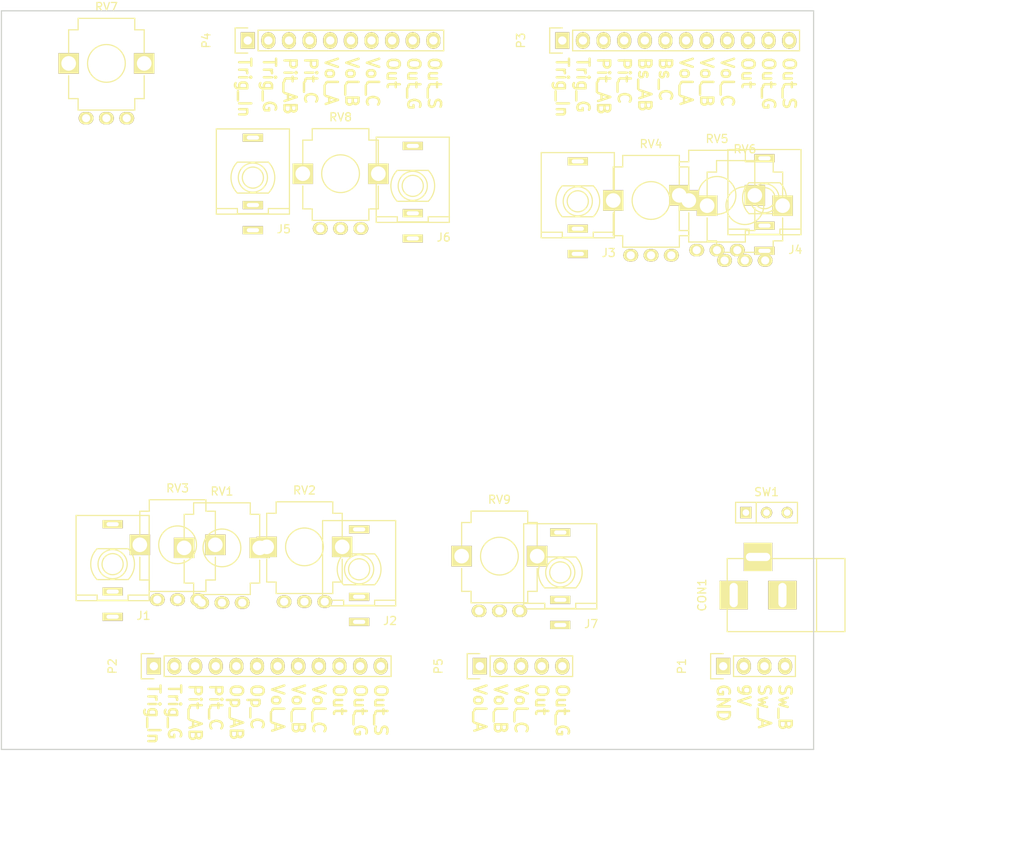
<source format=kicad_pcb>
(kicad_pcb (version 4) (host pcbnew 4.0.4+e1-6308~48~ubuntu16.04.1-stable)

  (general
    (links 48)
    (no_connects 48)
    (area 29.924999 29.924999 130.075001 121.075001)
    (thickness 1.6)
    (drawings 49)
    (tracks 0)
    (zones 0)
    (modules 23)
    (nets 49)
  )

  (page A4)
  (layers
    (0 F.Cu signal)
    (31 B.Cu signal)
    (32 B.Adhes user)
    (33 F.Adhes user)
    (34 B.Paste user)
    (35 F.Paste user)
    (36 B.SilkS user)
    (37 F.SilkS user)
    (38 B.Mask user)
    (39 F.Mask user)
    (40 Dwgs.User user)
    (41 Cmts.User user)
    (42 Eco1.User user)
    (43 Eco2.User user)
    (44 Edge.Cuts user)
    (45 Margin user)
    (46 B.CrtYd user)
    (47 F.CrtYd user)
    (48 B.Fab user)
    (49 F.Fab user)
  )

  (setup
    (last_trace_width 0.25)
    (trace_clearance 0.2)
    (zone_clearance 0.508)
    (zone_45_only no)
    (trace_min 0.2)
    (segment_width 0.2)
    (edge_width 0.15)
    (via_size 0.6)
    (via_drill 0.4)
    (via_min_size 0.4)
    (via_min_drill 0.3)
    (uvia_size 0.3)
    (uvia_drill 0.1)
    (uvias_allowed no)
    (uvia_min_size 0.2)
    (uvia_min_drill 0.1)
    (pcb_text_width 0.3)
    (pcb_text_size 1.5 1.5)
    (mod_edge_width 0.15)
    (mod_text_size 1 1)
    (mod_text_width 0.15)
    (pad_size 5 5)
    (pad_drill 4)
    (pad_to_mask_clearance 0.2)
    (aux_axis_origin 29.21 121.285)
    (visible_elements FFFFF77F)
    (pcbplotparams
      (layerselection 0x010f0_80000001)
      (usegerberextensions false)
      (excludeedgelayer true)
      (linewidth 0.100000)
      (plotframeref false)
      (viasonmask false)
      (mode 1)
      (useauxorigin false)
      (hpglpennumber 1)
      (hpglpenspeed 20)
      (hpglpendiameter 15)
      (hpglpenoverlay 2)
      (psnegative false)
      (psa4output false)
      (plotreference true)
      (plotvalue true)
      (plotinvisibletext false)
      (padsonsilk false)
      (subtractmaskfromsilk false)
      (outputformat 1)
      (mirror false)
      (drillshape 0)
      (scaleselection 1)
      (outputdirectory gerbers))
  )

  (net 0 "")
  (net 1 "Net-(P3-Pad4)")
  (net 2 "Net-(P4-Pad4)")
  (net 3 "Net-(CON1-Pad1)")
  (net 4 "Net-(CON1-Pad2)")
  (net 5 "Net-(CON1-Pad3)")
  (net 6 "Net-(J1-Pad1)")
  (net 7 "Net-(J1-Pad2)")
  (net 8 "Net-(J1-Pad3)")
  (net 9 "Net-(J2-Pad1)")
  (net 10 "Net-(J2-Pad2)")
  (net 11 "Net-(J2-Pad3)")
  (net 12 "Net-(J3-Pad1)")
  (net 13 "Net-(J3-Pad2)")
  (net 14 "Net-(J3-Pad3)")
  (net 15 "Net-(J4-Pad1)")
  (net 16 "Net-(J4-Pad2)")
  (net 17 "Net-(J4-Pad3)")
  (net 18 "Net-(J5-Pad1)")
  (net 19 "Net-(J5-Pad2)")
  (net 20 "Net-(J5-Pad3)")
  (net 21 "Net-(J6-Pad1)")
  (net 22 "Net-(J6-Pad2)")
  (net 23 "Net-(J6-Pad3)")
  (net 24 "Net-(P1-Pad3)")
  (net 25 "Net-(P1-Pad4)")
  (net 26 "Net-(P2-Pad3)")
  (net 27 "Net-(P2-Pad4)")
  (net 28 "Net-(P2-Pad5)")
  (net 29 "Net-(P2-Pad6)")
  (net 30 "Net-(P2-Pad7)")
  (net 31 "Net-(P2-Pad8)")
  (net 32 "Net-(P2-Pad9)")
  (net 33 "Net-(P3-Pad3)")
  (net 34 "Net-(P3-Pad5)")
  (net 35 "Net-(P3-Pad6)")
  (net 36 "Net-(P3-Pad7)")
  (net 37 "Net-(P3-Pad8)")
  (net 38 "Net-(P3-Pad9)")
  (net 39 "Net-(P4-Pad3)")
  (net 40 "Net-(P4-Pad5)")
  (net 41 "Net-(P4-Pad6)")
  (net 42 "Net-(P4-Pad7)")
  (net 43 "Net-(P5-Pad1)")
  (net 44 "Net-(P5-Pad2)")
  (net 45 "Net-(P5-Pad3)")
  (net 46 "Net-(J7-Pad1)")
  (net 47 "Net-(J7-Pad2)")
  (net 48 "Net-(J7-Pad3)")

  (net_class Default "This is the default net class."
    (clearance 0.2)
    (trace_width 0.25)
    (via_dia 0.6)
    (via_drill 0.4)
    (uvia_dia 0.3)
    (uvia_drill 0.1)
    (add_net "Net-(CON1-Pad1)")
    (add_net "Net-(CON1-Pad2)")
    (add_net "Net-(CON1-Pad3)")
    (add_net "Net-(J1-Pad1)")
    (add_net "Net-(J1-Pad2)")
    (add_net "Net-(J1-Pad3)")
    (add_net "Net-(J2-Pad1)")
    (add_net "Net-(J2-Pad2)")
    (add_net "Net-(J2-Pad3)")
    (add_net "Net-(J3-Pad1)")
    (add_net "Net-(J3-Pad2)")
    (add_net "Net-(J3-Pad3)")
    (add_net "Net-(J4-Pad1)")
    (add_net "Net-(J4-Pad2)")
    (add_net "Net-(J4-Pad3)")
    (add_net "Net-(J5-Pad1)")
    (add_net "Net-(J5-Pad2)")
    (add_net "Net-(J5-Pad3)")
    (add_net "Net-(J6-Pad1)")
    (add_net "Net-(J6-Pad2)")
    (add_net "Net-(J6-Pad3)")
    (add_net "Net-(J7-Pad1)")
    (add_net "Net-(J7-Pad2)")
    (add_net "Net-(J7-Pad3)")
    (add_net "Net-(P1-Pad3)")
    (add_net "Net-(P1-Pad4)")
    (add_net "Net-(P2-Pad3)")
    (add_net "Net-(P2-Pad4)")
    (add_net "Net-(P2-Pad5)")
    (add_net "Net-(P2-Pad6)")
    (add_net "Net-(P2-Pad7)")
    (add_net "Net-(P2-Pad8)")
    (add_net "Net-(P2-Pad9)")
    (add_net "Net-(P3-Pad3)")
    (add_net "Net-(P3-Pad4)")
    (add_net "Net-(P3-Pad5)")
    (add_net "Net-(P3-Pad6)")
    (add_net "Net-(P3-Pad7)")
    (add_net "Net-(P3-Pad8)")
    (add_net "Net-(P3-Pad9)")
    (add_net "Net-(P4-Pad3)")
    (add_net "Net-(P4-Pad4)")
    (add_net "Net-(P4-Pad5)")
    (add_net "Net-(P4-Pad6)")
    (add_net "Net-(P4-Pad7)")
    (add_net "Net-(P5-Pad1)")
    (add_net "Net-(P5-Pad2)")
    (add_net "Net-(P5-Pad3)")
  )

  (module Connectors:BARREL_JACK (layer F.Cu) (tedit 0) (tstamp 58174778)
    (at 126.365 101.981 180)
    (descr "DC Barrel Jack")
    (tags "Power Jack")
    (path /58177237)
    (fp_text reference CON1 (at 10.09904 0 270) (layer F.SilkS)
      (effects (font (size 1 1) (thickness 0.15)))
    )
    (fp_text value BARREL_JACK (at 0 -5.99948 180) (layer F.Fab)
      (effects (font (size 1 1) (thickness 0.15)))
    )
    (fp_line (start -4.0005 -4.50088) (end -4.0005 4.50088) (layer F.SilkS) (width 0.15))
    (fp_line (start -7.50062 -4.50088) (end -7.50062 4.50088) (layer F.SilkS) (width 0.15))
    (fp_line (start -7.50062 4.50088) (end 7.00024 4.50088) (layer F.SilkS) (width 0.15))
    (fp_line (start 7.00024 4.50088) (end 7.00024 -4.50088) (layer F.SilkS) (width 0.15))
    (fp_line (start 7.00024 -4.50088) (end -7.50062 -4.50088) (layer F.SilkS) (width 0.15))
    (pad 1 thru_hole rect (at 6.20014 0 180) (size 3.50012 3.50012) (drill oval 1.00076 2.99974) (layers *.Cu *.Mask F.SilkS)
      (net 3 "Net-(CON1-Pad1)"))
    (pad 2 thru_hole rect (at 0.20066 0 180) (size 3.50012 3.50012) (drill oval 1.00076 2.99974) (layers *.Cu *.Mask F.SilkS)
      (net 4 "Net-(CON1-Pad2)"))
    (pad 3 thru_hole rect (at 3.2004 4.699 180) (size 3.50012 3.50012) (drill oval 2.99974 1.00076) (layers *.Cu *.Mask F.SilkS)
      (net 5 "Net-(CON1-Pad3)"))
  )

  (module KiCAD-SDIY:jack-PJ301M (layer F.Cu) (tedit 57347383) (tstamp 5817477F)
    (at 43.688 98.171)
    (path /58175018)
    (fp_text reference J1 (at 3.81 6.35) (layer F.SilkS)
      (effects (font (size 1 1) (thickness 0.15)))
    )
    (fp_text value JACK_2P (at 0 -7.62) (layer F.Fab) hide
      (effects (font (size 1 1) (thickness 0.15)))
    )
    (fp_line (start -4.445 3.81) (end -1.905 3.81) (layer F.SilkS) (width 0.15))
    (fp_line (start -1.905 3.81) (end -1.905 4.445) (layer F.SilkS) (width 0.15))
    (fp_line (start -1.905 4.445) (end 1.905 4.445) (layer F.SilkS) (width 0.15))
    (fp_line (start 1.905 4.445) (end 1.905 3.81) (layer F.SilkS) (width 0.15))
    (fp_line (start 1.905 3.81) (end 4.445 3.81) (layer F.SilkS) (width 0.15))
    (fp_arc (start 0 0) (end 1.905 -1.905) (angle 90) (layer F.SilkS) (width 0.15))
    (fp_arc (start 0 0) (end -1.905 1.905) (angle 90) (layer F.SilkS) (width 0.15))
    (fp_line (start 1.905 1.905) (end -1.905 1.905) (layer F.SilkS) (width 0.15))
    (fp_line (start -1.905 -1.905) (end 1.905 -1.905) (layer F.SilkS) (width 0.15))
    (fp_circle (center 0 0) (end 1.27 1.27) (layer F.SilkS) (width 0.15))
    (fp_line (start 4.5 -6) (end 4.5 4.5) (layer F.SilkS) (width 0.15))
    (fp_line (start -4.5 -6) (end -4.5 4.5) (layer F.SilkS) (width 0.15))
    (fp_line (start -4.5 4.5) (end 4.5 4.5) (layer F.SilkS) (width 0.15))
    (fp_line (start -4.5 -6) (end 4.5 -6) (layer F.SilkS) (width 0.15))
    (fp_circle (center 0 0) (end 1.3 0) (layer F.SilkS) (width 0.15))
    (pad 1 thru_hole rect (at 0 -4.92) (size 2.5 1) (drill oval 1.5 0.5) (layers *.Cu *.Mask F.SilkS)
      (net 6 "Net-(J1-Pad1)"))
    (pad 2 thru_hole rect (at 0 3.38) (size 2.5 1) (drill oval 1.5 0.5) (layers *.Cu *.Mask F.SilkS)
      (net 7 "Net-(J1-Pad2)"))
    (pad 3 thru_hole rect (at 0 6.48) (size 2.5 1) (drill oval 1.5 0.5) (layers *.Cu *.Mask F.SilkS)
      (net 8 "Net-(J1-Pad3)"))
  )

  (module KiCAD-SDIY:jack-PJ301M (layer F.Cu) (tedit 57347383) (tstamp 58174786)
    (at 74.041 98.806)
    (path /5817501E)
    (fp_text reference J2 (at 3.81 6.35) (layer F.SilkS)
      (effects (font (size 1 1) (thickness 0.15)))
    )
    (fp_text value JACK_2P (at 0 -7.62) (layer F.Fab) hide
      (effects (font (size 1 1) (thickness 0.15)))
    )
    (fp_line (start -4.445 3.81) (end -1.905 3.81) (layer F.SilkS) (width 0.15))
    (fp_line (start -1.905 3.81) (end -1.905 4.445) (layer F.SilkS) (width 0.15))
    (fp_line (start -1.905 4.445) (end 1.905 4.445) (layer F.SilkS) (width 0.15))
    (fp_line (start 1.905 4.445) (end 1.905 3.81) (layer F.SilkS) (width 0.15))
    (fp_line (start 1.905 3.81) (end 4.445 3.81) (layer F.SilkS) (width 0.15))
    (fp_arc (start 0 0) (end 1.905 -1.905) (angle 90) (layer F.SilkS) (width 0.15))
    (fp_arc (start 0 0) (end -1.905 1.905) (angle 90) (layer F.SilkS) (width 0.15))
    (fp_line (start 1.905 1.905) (end -1.905 1.905) (layer F.SilkS) (width 0.15))
    (fp_line (start -1.905 -1.905) (end 1.905 -1.905) (layer F.SilkS) (width 0.15))
    (fp_circle (center 0 0) (end 1.27 1.27) (layer F.SilkS) (width 0.15))
    (fp_line (start 4.5 -6) (end 4.5 4.5) (layer F.SilkS) (width 0.15))
    (fp_line (start -4.5 -6) (end -4.5 4.5) (layer F.SilkS) (width 0.15))
    (fp_line (start -4.5 4.5) (end 4.5 4.5) (layer F.SilkS) (width 0.15))
    (fp_line (start -4.5 -6) (end 4.5 -6) (layer F.SilkS) (width 0.15))
    (fp_circle (center 0 0) (end 1.3 0) (layer F.SilkS) (width 0.15))
    (pad 1 thru_hole rect (at 0 -4.92) (size 2.5 1) (drill oval 1.5 0.5) (layers *.Cu *.Mask F.SilkS)
      (net 9 "Net-(J2-Pad1)"))
    (pad 2 thru_hole rect (at 0 3.38) (size 2.5 1) (drill oval 1.5 0.5) (layers *.Cu *.Mask F.SilkS)
      (net 10 "Net-(J2-Pad2)"))
    (pad 3 thru_hole rect (at 0 6.48) (size 2.5 1) (drill oval 1.5 0.5) (layers *.Cu *.Mask F.SilkS)
      (net 11 "Net-(J2-Pad3)"))
  )

  (module KiCAD-SDIY:jack-PJ301M (layer F.Cu) (tedit 57347383) (tstamp 5817478D)
    (at 100.965 53.467)
    (path /581743FD)
    (fp_text reference J3 (at 3.81 6.35) (layer F.SilkS)
      (effects (font (size 1 1) (thickness 0.15)))
    )
    (fp_text value JACK_2P (at 0 -7.62) (layer F.Fab) hide
      (effects (font (size 1 1) (thickness 0.15)))
    )
    (fp_line (start -4.445 3.81) (end -1.905 3.81) (layer F.SilkS) (width 0.15))
    (fp_line (start -1.905 3.81) (end -1.905 4.445) (layer F.SilkS) (width 0.15))
    (fp_line (start -1.905 4.445) (end 1.905 4.445) (layer F.SilkS) (width 0.15))
    (fp_line (start 1.905 4.445) (end 1.905 3.81) (layer F.SilkS) (width 0.15))
    (fp_line (start 1.905 3.81) (end 4.445 3.81) (layer F.SilkS) (width 0.15))
    (fp_arc (start 0 0) (end 1.905 -1.905) (angle 90) (layer F.SilkS) (width 0.15))
    (fp_arc (start 0 0) (end -1.905 1.905) (angle 90) (layer F.SilkS) (width 0.15))
    (fp_line (start 1.905 1.905) (end -1.905 1.905) (layer F.SilkS) (width 0.15))
    (fp_line (start -1.905 -1.905) (end 1.905 -1.905) (layer F.SilkS) (width 0.15))
    (fp_circle (center 0 0) (end 1.27 1.27) (layer F.SilkS) (width 0.15))
    (fp_line (start 4.5 -6) (end 4.5 4.5) (layer F.SilkS) (width 0.15))
    (fp_line (start -4.5 -6) (end -4.5 4.5) (layer F.SilkS) (width 0.15))
    (fp_line (start -4.5 4.5) (end 4.5 4.5) (layer F.SilkS) (width 0.15))
    (fp_line (start -4.5 -6) (end 4.5 -6) (layer F.SilkS) (width 0.15))
    (fp_circle (center 0 0) (end 1.3 0) (layer F.SilkS) (width 0.15))
    (pad 1 thru_hole rect (at 0 -4.92) (size 2.5 1) (drill oval 1.5 0.5) (layers *.Cu *.Mask F.SilkS)
      (net 12 "Net-(J3-Pad1)"))
    (pad 2 thru_hole rect (at 0 3.38) (size 2.5 1) (drill oval 1.5 0.5) (layers *.Cu *.Mask F.SilkS)
      (net 13 "Net-(J3-Pad2)"))
    (pad 3 thru_hole rect (at 0 6.48) (size 2.5 1) (drill oval 1.5 0.5) (layers *.Cu *.Mask F.SilkS)
      (net 14 "Net-(J3-Pad3)"))
  )

  (module KiCAD-SDIY:jack-PJ301M (layer F.Cu) (tedit 57347383) (tstamp 58174794)
    (at 123.952 53.086)
    (path /58174460)
    (fp_text reference J4 (at 3.81 6.35) (layer F.SilkS)
      (effects (font (size 1 1) (thickness 0.15)))
    )
    (fp_text value JACK_2P (at 0 -7.62) (layer F.Fab) hide
      (effects (font (size 1 1) (thickness 0.15)))
    )
    (fp_line (start -4.445 3.81) (end -1.905 3.81) (layer F.SilkS) (width 0.15))
    (fp_line (start -1.905 3.81) (end -1.905 4.445) (layer F.SilkS) (width 0.15))
    (fp_line (start -1.905 4.445) (end 1.905 4.445) (layer F.SilkS) (width 0.15))
    (fp_line (start 1.905 4.445) (end 1.905 3.81) (layer F.SilkS) (width 0.15))
    (fp_line (start 1.905 3.81) (end 4.445 3.81) (layer F.SilkS) (width 0.15))
    (fp_arc (start 0 0) (end 1.905 -1.905) (angle 90) (layer F.SilkS) (width 0.15))
    (fp_arc (start 0 0) (end -1.905 1.905) (angle 90) (layer F.SilkS) (width 0.15))
    (fp_line (start 1.905 1.905) (end -1.905 1.905) (layer F.SilkS) (width 0.15))
    (fp_line (start -1.905 -1.905) (end 1.905 -1.905) (layer F.SilkS) (width 0.15))
    (fp_circle (center 0 0) (end 1.27 1.27) (layer F.SilkS) (width 0.15))
    (fp_line (start 4.5 -6) (end 4.5 4.5) (layer F.SilkS) (width 0.15))
    (fp_line (start -4.5 -6) (end -4.5 4.5) (layer F.SilkS) (width 0.15))
    (fp_line (start -4.5 4.5) (end 4.5 4.5) (layer F.SilkS) (width 0.15))
    (fp_line (start -4.5 -6) (end 4.5 -6) (layer F.SilkS) (width 0.15))
    (fp_circle (center 0 0) (end 1.3 0) (layer F.SilkS) (width 0.15))
    (pad 1 thru_hole rect (at 0 -4.92) (size 2.5 1) (drill oval 1.5 0.5) (layers *.Cu *.Mask F.SilkS)
      (net 15 "Net-(J4-Pad1)"))
    (pad 2 thru_hole rect (at 0 3.38) (size 2.5 1) (drill oval 1.5 0.5) (layers *.Cu *.Mask F.SilkS)
      (net 16 "Net-(J4-Pad2)"))
    (pad 3 thru_hole rect (at 0 6.48) (size 2.5 1) (drill oval 1.5 0.5) (layers *.Cu *.Mask F.SilkS)
      (net 17 "Net-(J4-Pad3)"))
  )

  (module KiCAD-SDIY:jack-PJ301M (layer F.Cu) (tedit 57347383) (tstamp 5817479B)
    (at 60.96 50.546)
    (path /58175B0B)
    (fp_text reference J5 (at 3.81 6.35) (layer F.SilkS)
      (effects (font (size 1 1) (thickness 0.15)))
    )
    (fp_text value JACK_2P (at 0 -7.62) (layer F.Fab) hide
      (effects (font (size 1 1) (thickness 0.15)))
    )
    (fp_line (start -4.445 3.81) (end -1.905 3.81) (layer F.SilkS) (width 0.15))
    (fp_line (start -1.905 3.81) (end -1.905 4.445) (layer F.SilkS) (width 0.15))
    (fp_line (start -1.905 4.445) (end 1.905 4.445) (layer F.SilkS) (width 0.15))
    (fp_line (start 1.905 4.445) (end 1.905 3.81) (layer F.SilkS) (width 0.15))
    (fp_line (start 1.905 3.81) (end 4.445 3.81) (layer F.SilkS) (width 0.15))
    (fp_arc (start 0 0) (end 1.905 -1.905) (angle 90) (layer F.SilkS) (width 0.15))
    (fp_arc (start 0 0) (end -1.905 1.905) (angle 90) (layer F.SilkS) (width 0.15))
    (fp_line (start 1.905 1.905) (end -1.905 1.905) (layer F.SilkS) (width 0.15))
    (fp_line (start -1.905 -1.905) (end 1.905 -1.905) (layer F.SilkS) (width 0.15))
    (fp_circle (center 0 0) (end 1.27 1.27) (layer F.SilkS) (width 0.15))
    (fp_line (start 4.5 -6) (end 4.5 4.5) (layer F.SilkS) (width 0.15))
    (fp_line (start -4.5 -6) (end -4.5 4.5) (layer F.SilkS) (width 0.15))
    (fp_line (start -4.5 4.5) (end 4.5 4.5) (layer F.SilkS) (width 0.15))
    (fp_line (start -4.5 -6) (end 4.5 -6) (layer F.SilkS) (width 0.15))
    (fp_circle (center 0 0) (end 1.3 0) (layer F.SilkS) (width 0.15))
    (pad 1 thru_hole rect (at 0 -4.92) (size 2.5 1) (drill oval 1.5 0.5) (layers *.Cu *.Mask F.SilkS)
      (net 18 "Net-(J5-Pad1)"))
    (pad 2 thru_hole rect (at 0 3.38) (size 2.5 1) (drill oval 1.5 0.5) (layers *.Cu *.Mask F.SilkS)
      (net 19 "Net-(J5-Pad2)"))
    (pad 3 thru_hole rect (at 0 6.48) (size 2.5 1) (drill oval 1.5 0.5) (layers *.Cu *.Mask F.SilkS)
      (net 20 "Net-(J5-Pad3)"))
  )

  (module KiCAD-SDIY:jack-PJ301M (layer F.Cu) (tedit 57347383) (tstamp 581747A2)
    (at 80.645 51.562)
    (path /58175B11)
    (fp_text reference J6 (at 3.81 6.35) (layer F.SilkS)
      (effects (font (size 1 1) (thickness 0.15)))
    )
    (fp_text value JACK_2P (at 0 -7.62) (layer F.Fab) hide
      (effects (font (size 1 1) (thickness 0.15)))
    )
    (fp_line (start -4.445 3.81) (end -1.905 3.81) (layer F.SilkS) (width 0.15))
    (fp_line (start -1.905 3.81) (end -1.905 4.445) (layer F.SilkS) (width 0.15))
    (fp_line (start -1.905 4.445) (end 1.905 4.445) (layer F.SilkS) (width 0.15))
    (fp_line (start 1.905 4.445) (end 1.905 3.81) (layer F.SilkS) (width 0.15))
    (fp_line (start 1.905 3.81) (end 4.445 3.81) (layer F.SilkS) (width 0.15))
    (fp_arc (start 0 0) (end 1.905 -1.905) (angle 90) (layer F.SilkS) (width 0.15))
    (fp_arc (start 0 0) (end -1.905 1.905) (angle 90) (layer F.SilkS) (width 0.15))
    (fp_line (start 1.905 1.905) (end -1.905 1.905) (layer F.SilkS) (width 0.15))
    (fp_line (start -1.905 -1.905) (end 1.905 -1.905) (layer F.SilkS) (width 0.15))
    (fp_circle (center 0 0) (end 1.27 1.27) (layer F.SilkS) (width 0.15))
    (fp_line (start 4.5 -6) (end 4.5 4.5) (layer F.SilkS) (width 0.15))
    (fp_line (start -4.5 -6) (end -4.5 4.5) (layer F.SilkS) (width 0.15))
    (fp_line (start -4.5 4.5) (end 4.5 4.5) (layer F.SilkS) (width 0.15))
    (fp_line (start -4.5 -6) (end 4.5 -6) (layer F.SilkS) (width 0.15))
    (fp_circle (center 0 0) (end 1.3 0) (layer F.SilkS) (width 0.15))
    (pad 1 thru_hole rect (at 0 -4.92) (size 2.5 1) (drill oval 1.5 0.5) (layers *.Cu *.Mask F.SilkS)
      (net 21 "Net-(J6-Pad1)"))
    (pad 2 thru_hole rect (at 0 3.38) (size 2.5 1) (drill oval 1.5 0.5) (layers *.Cu *.Mask F.SilkS)
      (net 22 "Net-(J6-Pad2)"))
    (pad 3 thru_hole rect (at 0 6.48) (size 2.5 1) (drill oval 1.5 0.5) (layers *.Cu *.Mask F.SilkS)
      (net 23 "Net-(J6-Pad3)"))
  )

  (module Pin_Headers:Pin_Header_Straight_1x04 (layer F.Cu) (tedit 0) (tstamp 581747AA)
    (at 118.872 110.744 90)
    (descr "Through hole pin header")
    (tags "pin header")
    (path /574DCECC)
    (fp_text reference P1 (at 0 -5.1 90) (layer F.SilkS)
      (effects (font (size 1 1) (thickness 0.15)))
    )
    (fp_text value PWR (at 0 -3.1 90) (layer F.Fab)
      (effects (font (size 1 1) (thickness 0.15)))
    )
    (fp_line (start -1.75 -1.75) (end -1.75 9.4) (layer F.CrtYd) (width 0.05))
    (fp_line (start 1.75 -1.75) (end 1.75 9.4) (layer F.CrtYd) (width 0.05))
    (fp_line (start -1.75 -1.75) (end 1.75 -1.75) (layer F.CrtYd) (width 0.05))
    (fp_line (start -1.75 9.4) (end 1.75 9.4) (layer F.CrtYd) (width 0.05))
    (fp_line (start -1.27 1.27) (end -1.27 8.89) (layer F.SilkS) (width 0.15))
    (fp_line (start 1.27 1.27) (end 1.27 8.89) (layer F.SilkS) (width 0.15))
    (fp_line (start 1.55 -1.55) (end 1.55 0) (layer F.SilkS) (width 0.15))
    (fp_line (start -1.27 8.89) (end 1.27 8.89) (layer F.SilkS) (width 0.15))
    (fp_line (start 1.27 1.27) (end -1.27 1.27) (layer F.SilkS) (width 0.15))
    (fp_line (start -1.55 0) (end -1.55 -1.55) (layer F.SilkS) (width 0.15))
    (fp_line (start -1.55 -1.55) (end 1.55 -1.55) (layer F.SilkS) (width 0.15))
    (pad 1 thru_hole rect (at 0 0 90) (size 2.032 1.7272) (drill 1.016) (layers *.Cu *.Mask F.SilkS)
      (net 3 "Net-(CON1-Pad1)"))
    (pad 2 thru_hole oval (at 0 2.54 90) (size 2.032 1.7272) (drill 1.016) (layers *.Cu *.Mask F.SilkS)
      (net 4 "Net-(CON1-Pad2)"))
    (pad 3 thru_hole oval (at 0 5.08 90) (size 2.032 1.7272) (drill 1.016) (layers *.Cu *.Mask F.SilkS)
      (net 24 "Net-(P1-Pad3)"))
    (pad 4 thru_hole oval (at 0 7.62 90) (size 2.032 1.7272) (drill 1.016) (layers *.Cu *.Mask F.SilkS)
      (net 25 "Net-(P1-Pad4)"))
    (model Pin_Headers.3dshapes/Pin_Header_Straight_1x04.wrl
      (at (xyz 0 -0.15 0))
      (scale (xyz 1 1 1))
      (rotate (xyz 0 0 90))
    )
  )

  (module Pin_Headers:Pin_Header_Straight_1x12 (layer F.Cu) (tedit 0) (tstamp 581747BA)
    (at 48.768 110.744 90)
    (descr "Through hole pin header")
    (tags "pin header")
    (path /574D3842)
    (fp_text reference P2 (at 0 -5.1 90) (layer F.SilkS)
      (effects (font (size 1 1) (thickness 0.15)))
    )
    (fp_text value HiHat (at 0 -3.1 90) (layer F.Fab)
      (effects (font (size 1 1) (thickness 0.15)))
    )
    (fp_line (start -1.75 -1.75) (end -1.75 29.7) (layer F.CrtYd) (width 0.05))
    (fp_line (start 1.75 -1.75) (end 1.75 29.7) (layer F.CrtYd) (width 0.05))
    (fp_line (start -1.75 -1.75) (end 1.75 -1.75) (layer F.CrtYd) (width 0.05))
    (fp_line (start -1.75 29.7) (end 1.75 29.7) (layer F.CrtYd) (width 0.05))
    (fp_line (start 1.27 1.27) (end 1.27 29.21) (layer F.SilkS) (width 0.15))
    (fp_line (start 1.27 29.21) (end -1.27 29.21) (layer F.SilkS) (width 0.15))
    (fp_line (start -1.27 29.21) (end -1.27 1.27) (layer F.SilkS) (width 0.15))
    (fp_line (start 1.55 -1.55) (end 1.55 0) (layer F.SilkS) (width 0.15))
    (fp_line (start 1.27 1.27) (end -1.27 1.27) (layer F.SilkS) (width 0.15))
    (fp_line (start -1.55 0) (end -1.55 -1.55) (layer F.SilkS) (width 0.15))
    (fp_line (start -1.55 -1.55) (end 1.55 -1.55) (layer F.SilkS) (width 0.15))
    (pad 1 thru_hole rect (at 0 0 90) (size 2.032 1.7272) (drill 1.016) (layers *.Cu *.Mask F.SilkS)
      (net 6 "Net-(J1-Pad1)"))
    (pad 2 thru_hole oval (at 0 2.54 90) (size 2.032 1.7272) (drill 1.016) (layers *.Cu *.Mask F.SilkS)
      (net 8 "Net-(J1-Pad3)"))
    (pad 3 thru_hole oval (at 0 5.08 90) (size 2.032 1.7272) (drill 1.016) (layers *.Cu *.Mask F.SilkS)
      (net 26 "Net-(P2-Pad3)"))
    (pad 4 thru_hole oval (at 0 7.62 90) (size 2.032 1.7272) (drill 1.016) (layers *.Cu *.Mask F.SilkS)
      (net 27 "Net-(P2-Pad4)"))
    (pad 5 thru_hole oval (at 0 10.16 90) (size 2.032 1.7272) (drill 1.016) (layers *.Cu *.Mask F.SilkS)
      (net 28 "Net-(P2-Pad5)"))
    (pad 6 thru_hole oval (at 0 12.7 90) (size 2.032 1.7272) (drill 1.016) (layers *.Cu *.Mask F.SilkS)
      (net 29 "Net-(P2-Pad6)"))
    (pad 7 thru_hole oval (at 0 15.24 90) (size 2.032 1.7272) (drill 1.016) (layers *.Cu *.Mask F.SilkS)
      (net 30 "Net-(P2-Pad7)"))
    (pad 8 thru_hole oval (at 0 17.78 90) (size 2.032 1.7272) (drill 1.016) (layers *.Cu *.Mask F.SilkS)
      (net 31 "Net-(P2-Pad8)"))
    (pad 9 thru_hole oval (at 0 20.32 90) (size 2.032 1.7272) (drill 1.016) (layers *.Cu *.Mask F.SilkS)
      (net 32 "Net-(P2-Pad9)"))
    (pad 10 thru_hole oval (at 0 22.86 90) (size 2.032 1.7272) (drill 1.016) (layers *.Cu *.Mask F.SilkS)
      (net 9 "Net-(J2-Pad1)"))
    (pad 11 thru_hole oval (at 0 25.4 90) (size 2.032 1.7272) (drill 1.016) (layers *.Cu *.Mask F.SilkS)
      (net 11 "Net-(J2-Pad3)"))
    (pad 12 thru_hole oval (at 0 27.94 90) (size 2.032 1.7272) (drill 1.016) (layers *.Cu *.Mask F.SilkS)
      (net 10 "Net-(J2-Pad2)"))
    (model Pin_Headers.3dshapes/Pin_Header_Straight_1x12.wrl
      (at (xyz 0 -0.55 0))
      (scale (xyz 1 1 1))
      (rotate (xyz 0 0 90))
    )
  )

  (module Pin_Headers:Pin_Header_Straight_1x12 (layer F.Cu) (tedit 0) (tstamp 581747CA)
    (at 99.06 33.655 90)
    (descr "Through hole pin header")
    (tags "pin header")
    (path /574CFF18)
    (fp_text reference P3 (at 0 -5.1 90) (layer F.SilkS)
      (effects (font (size 1 1) (thickness 0.15)))
    )
    (fp_text value Bassdrum (at 0 -3.1 90) (layer F.Fab)
      (effects (font (size 1 1) (thickness 0.15)))
    )
    (fp_line (start -1.75 -1.75) (end -1.75 29.7) (layer F.CrtYd) (width 0.05))
    (fp_line (start 1.75 -1.75) (end 1.75 29.7) (layer F.CrtYd) (width 0.05))
    (fp_line (start -1.75 -1.75) (end 1.75 -1.75) (layer F.CrtYd) (width 0.05))
    (fp_line (start -1.75 29.7) (end 1.75 29.7) (layer F.CrtYd) (width 0.05))
    (fp_line (start 1.27 1.27) (end 1.27 29.21) (layer F.SilkS) (width 0.15))
    (fp_line (start 1.27 29.21) (end -1.27 29.21) (layer F.SilkS) (width 0.15))
    (fp_line (start -1.27 29.21) (end -1.27 1.27) (layer F.SilkS) (width 0.15))
    (fp_line (start 1.55 -1.55) (end 1.55 0) (layer F.SilkS) (width 0.15))
    (fp_line (start 1.27 1.27) (end -1.27 1.27) (layer F.SilkS) (width 0.15))
    (fp_line (start -1.55 0) (end -1.55 -1.55) (layer F.SilkS) (width 0.15))
    (fp_line (start -1.55 -1.55) (end 1.55 -1.55) (layer F.SilkS) (width 0.15))
    (pad 1 thru_hole rect (at 0 0 90) (size 2.032 1.7272) (drill 1.016) (layers *.Cu *.Mask F.SilkS)
      (net 12 "Net-(J3-Pad1)"))
    (pad 2 thru_hole oval (at 0 2.54 90) (size 2.032 1.7272) (drill 1.016) (layers *.Cu *.Mask F.SilkS)
      (net 14 "Net-(J3-Pad3)"))
    (pad 3 thru_hole oval (at 0 5.08 90) (size 2.032 1.7272) (drill 1.016) (layers *.Cu *.Mask F.SilkS)
      (net 33 "Net-(P3-Pad3)"))
    (pad 4 thru_hole oval (at 0 7.62 90) (size 2.032 1.7272) (drill 1.016) (layers *.Cu *.Mask F.SilkS)
      (net 1 "Net-(P3-Pad4)"))
    (pad 5 thru_hole oval (at 0 10.16 90) (size 2.032 1.7272) (drill 1.016) (layers *.Cu *.Mask F.SilkS)
      (net 34 "Net-(P3-Pad5)"))
    (pad 6 thru_hole oval (at 0 12.7 90) (size 2.032 1.7272) (drill 1.016) (layers *.Cu *.Mask F.SilkS)
      (net 35 "Net-(P3-Pad6)"))
    (pad 7 thru_hole oval (at 0 15.24 90) (size 2.032 1.7272) (drill 1.016) (layers *.Cu *.Mask F.SilkS)
      (net 36 "Net-(P3-Pad7)"))
    (pad 8 thru_hole oval (at 0 17.78 90) (size 2.032 1.7272) (drill 1.016) (layers *.Cu *.Mask F.SilkS)
      (net 37 "Net-(P3-Pad8)"))
    (pad 9 thru_hole oval (at 0 20.32 90) (size 2.032 1.7272) (drill 1.016) (layers *.Cu *.Mask F.SilkS)
      (net 38 "Net-(P3-Pad9)"))
    (pad 10 thru_hole oval (at 0 22.86 90) (size 2.032 1.7272) (drill 1.016) (layers *.Cu *.Mask F.SilkS)
      (net 15 "Net-(J4-Pad1)"))
    (pad 11 thru_hole oval (at 0 25.4 90) (size 2.032 1.7272) (drill 1.016) (layers *.Cu *.Mask F.SilkS)
      (net 17 "Net-(J4-Pad3)"))
    (pad 12 thru_hole oval (at 0 27.94 90) (size 2.032 1.7272) (drill 1.016) (layers *.Cu *.Mask F.SilkS)
      (net 16 "Net-(J4-Pad2)"))
    (model Pin_Headers.3dshapes/Pin_Header_Straight_1x12.wrl
      (at (xyz 0 -0.55 0))
      (scale (xyz 1 1 1))
      (rotate (xyz 0 0 90))
    )
  )

  (module Pin_Headers:Pin_Header_Straight_1x10 (layer F.Cu) (tedit 0) (tstamp 581747D8)
    (at 60.325 33.655 90)
    (descr "Through hole pin header")
    (tags "pin header")
    (path /574D7834)
    (fp_text reference P4 (at 0 -5.1 90) (layer F.SilkS)
      (effects (font (size 1 1) (thickness 0.15)))
    )
    (fp_text value Snare (at 0 -3.1 90) (layer F.Fab)
      (effects (font (size 1 1) (thickness 0.15)))
    )
    (fp_line (start -1.75 -1.75) (end -1.75 24.65) (layer F.CrtYd) (width 0.05))
    (fp_line (start 1.75 -1.75) (end 1.75 24.65) (layer F.CrtYd) (width 0.05))
    (fp_line (start -1.75 -1.75) (end 1.75 -1.75) (layer F.CrtYd) (width 0.05))
    (fp_line (start -1.75 24.65) (end 1.75 24.65) (layer F.CrtYd) (width 0.05))
    (fp_line (start 1.27 1.27) (end 1.27 24.13) (layer F.SilkS) (width 0.15))
    (fp_line (start 1.27 24.13) (end -1.27 24.13) (layer F.SilkS) (width 0.15))
    (fp_line (start -1.27 24.13) (end -1.27 1.27) (layer F.SilkS) (width 0.15))
    (fp_line (start 1.55 -1.55) (end 1.55 0) (layer F.SilkS) (width 0.15))
    (fp_line (start 1.27 1.27) (end -1.27 1.27) (layer F.SilkS) (width 0.15))
    (fp_line (start -1.55 0) (end -1.55 -1.55) (layer F.SilkS) (width 0.15))
    (fp_line (start -1.55 -1.55) (end 1.55 -1.55) (layer F.SilkS) (width 0.15))
    (pad 1 thru_hole rect (at 0 0 90) (size 2.032 1.7272) (drill 1.016) (layers *.Cu *.Mask F.SilkS)
      (net 18 "Net-(J5-Pad1)"))
    (pad 2 thru_hole oval (at 0 2.54 90) (size 2.032 1.7272) (drill 1.016) (layers *.Cu *.Mask F.SilkS)
      (net 20 "Net-(J5-Pad3)"))
    (pad 3 thru_hole oval (at 0 5.08 90) (size 2.032 1.7272) (drill 1.016) (layers *.Cu *.Mask F.SilkS)
      (net 39 "Net-(P4-Pad3)"))
    (pad 4 thru_hole oval (at 0 7.62 90) (size 2.032 1.7272) (drill 1.016) (layers *.Cu *.Mask F.SilkS)
      (net 2 "Net-(P4-Pad4)"))
    (pad 5 thru_hole oval (at 0 10.16 90) (size 2.032 1.7272) (drill 1.016) (layers *.Cu *.Mask F.SilkS)
      (net 40 "Net-(P4-Pad5)"))
    (pad 6 thru_hole oval (at 0 12.7 90) (size 2.032 1.7272) (drill 1.016) (layers *.Cu *.Mask F.SilkS)
      (net 41 "Net-(P4-Pad6)"))
    (pad 7 thru_hole oval (at 0 15.24 90) (size 2.032 1.7272) (drill 1.016) (layers *.Cu *.Mask F.SilkS)
      (net 42 "Net-(P4-Pad7)"))
    (pad 8 thru_hole oval (at 0 17.78 90) (size 2.032 1.7272) (drill 1.016) (layers *.Cu *.Mask F.SilkS)
      (net 21 "Net-(J6-Pad1)"))
    (pad 9 thru_hole oval (at 0 20.32 90) (size 2.032 1.7272) (drill 1.016) (layers *.Cu *.Mask F.SilkS)
      (net 23 "Net-(J6-Pad3)"))
    (pad 10 thru_hole oval (at 0 22.86 90) (size 2.032 1.7272) (drill 1.016) (layers *.Cu *.Mask F.SilkS)
      (net 22 "Net-(J6-Pad2)"))
    (model Pin_Headers.3dshapes/Pin_Header_Straight_1x10.wrl
      (at (xyz 0 -0.45 0))
      (scale (xyz 1 1 1))
      (rotate (xyz 0 0 90))
    )
  )

  (module KiCAD-SDIY:pot_alpha-9mm--vertical (layer F.Cu) (tedit 571FBAAC) (tstamp 581747E1)
    (at 57.15 96.266)
    (path /58175024)
    (fp_text reference RV1 (at 0 -7.0625) (layer F.SilkS)
      (effects (font (size 1 1) (thickness 0.15)))
    )
    (fp_text value POT (at 0 -8.475) (layer F.Fab) hide
      (effects (font (size 1 1) (thickness 0.15)))
    )
    (fp_line (start 4.65 1.4125) (end 4.65 4.2375) (layer F.SilkS) (width 0.15))
    (fp_line (start 4.65 4.2375) (end 3.4875 4.2375) (layer F.SilkS) (width 0.15))
    (fp_line (start 3.4875 4.2375) (end 3.4875 5.65) (layer F.SilkS) (width 0.15))
    (fp_line (start 3.4875 5.65) (end -3.4875 5.65) (layer F.SilkS) (width 0.15))
    (fp_line (start -4.65 1.4125) (end -4.65 4.2375) (layer F.SilkS) (width 0.15))
    (fp_line (start -4.65 4.2375) (end -3.4875 4.2375) (layer F.SilkS) (width 0.15))
    (fp_line (start -3.4875 4.2375) (end -3.4875 5.65) (layer F.SilkS) (width 0.15))
    (fp_line (start -3.4875 -5.65) (end 3.4875 -5.65) (layer F.SilkS) (width 0.15))
    (fp_line (start -4.65 -1.4125) (end -4.65 -4.2375) (layer F.SilkS) (width 0.15))
    (fp_line (start -4.65 -4.2375) (end -3.4875 -4.2375) (layer F.SilkS) (width 0.15))
    (fp_line (start -3.4875 -4.2375) (end -3.4875 -5.65) (layer F.SilkS) (width 0.15))
    (fp_line (start 4.65 -4.2375) (end 3.4875 -4.2375) (layer F.SilkS) (width 0.15))
    (fp_line (start 3.4875 -4.2375) (end 3.4875 -5.65) (layer F.SilkS) (width 0.15))
    (fp_line (start 4.65 -4.2375) (end 4.65 -1.4125) (layer F.SilkS) (width 0.15))
    (fp_circle (center 0 -0.1) (end 2.325 -0.1) (layer F.SilkS) (width 0.15))
    (pad "" thru_hole rect (at 4.65 -0.1) (size 2.524 2.524) (drill 1.8) (layers *.Cu *.Mask F.SilkS))
    (pad 1 thru_hole oval (at -2.5 6.65) (size 1.824 1.524) (drill 1) (layers *.Cu *.Mask F.SilkS)
      (net 26 "Net-(P2-Pad3)"))
    (pad 2 thru_hole oval (at 0 6.65) (size 1.824 1.524) (drill 1) (layers *.Cu *.Mask F.SilkS)
      (net 26 "Net-(P2-Pad3)"))
    (pad 3 thru_hole oval (at 2.5 6.65) (size 1.824 1.524) (drill 1) (layers *.Cu *.Mask F.SilkS)
      (net 27 "Net-(P2-Pad4)"))
    (pad "" thru_hole rect (at -4.65 -0.1) (size 2.524 2.524) (drill 1.8) (layers *.Cu *.Mask F.SilkS))
  )

  (module KiCAD-SDIY:pot_alpha-9mm--vertical (layer F.Cu) (tedit 571FBAAC) (tstamp 581747EA)
    (at 67.31 96.139)
    (path /5817502A)
    (fp_text reference RV2 (at 0 -7.0625) (layer F.SilkS)
      (effects (font (size 1 1) (thickness 0.15)))
    )
    (fp_text value POT (at 0 -8.475) (layer F.Fab) hide
      (effects (font (size 1 1) (thickness 0.15)))
    )
    (fp_line (start 4.65 1.4125) (end 4.65 4.2375) (layer F.SilkS) (width 0.15))
    (fp_line (start 4.65 4.2375) (end 3.4875 4.2375) (layer F.SilkS) (width 0.15))
    (fp_line (start 3.4875 4.2375) (end 3.4875 5.65) (layer F.SilkS) (width 0.15))
    (fp_line (start 3.4875 5.65) (end -3.4875 5.65) (layer F.SilkS) (width 0.15))
    (fp_line (start -4.65 1.4125) (end -4.65 4.2375) (layer F.SilkS) (width 0.15))
    (fp_line (start -4.65 4.2375) (end -3.4875 4.2375) (layer F.SilkS) (width 0.15))
    (fp_line (start -3.4875 4.2375) (end -3.4875 5.65) (layer F.SilkS) (width 0.15))
    (fp_line (start -3.4875 -5.65) (end 3.4875 -5.65) (layer F.SilkS) (width 0.15))
    (fp_line (start -4.65 -1.4125) (end -4.65 -4.2375) (layer F.SilkS) (width 0.15))
    (fp_line (start -4.65 -4.2375) (end -3.4875 -4.2375) (layer F.SilkS) (width 0.15))
    (fp_line (start -3.4875 -4.2375) (end -3.4875 -5.65) (layer F.SilkS) (width 0.15))
    (fp_line (start 4.65 -4.2375) (end 3.4875 -4.2375) (layer F.SilkS) (width 0.15))
    (fp_line (start 3.4875 -4.2375) (end 3.4875 -5.65) (layer F.SilkS) (width 0.15))
    (fp_line (start 4.65 -4.2375) (end 4.65 -1.4125) (layer F.SilkS) (width 0.15))
    (fp_circle (center 0 -0.1) (end 2.325 -0.1) (layer F.SilkS) (width 0.15))
    (pad "" thru_hole rect (at 4.65 -0.1) (size 2.524 2.524) (drill 1.8) (layers *.Cu *.Mask F.SilkS))
    (pad 1 thru_hole oval (at -2.5 6.65) (size 1.824 1.524) (drill 1) (layers *.Cu *.Mask F.SilkS)
      (net 28 "Net-(P2-Pad5)"))
    (pad 2 thru_hole oval (at 0 6.65) (size 1.824 1.524) (drill 1) (layers *.Cu *.Mask F.SilkS)
      (net 28 "Net-(P2-Pad5)"))
    (pad 3 thru_hole oval (at 2.5 6.65) (size 1.824 1.524) (drill 1) (layers *.Cu *.Mask F.SilkS)
      (net 29 "Net-(P2-Pad6)"))
    (pad "" thru_hole rect (at -4.65 -0.1) (size 2.524 2.524) (drill 1.8) (layers *.Cu *.Mask F.SilkS))
  )

  (module KiCAD-SDIY:pot_alpha-9mm--vertical (layer F.Cu) (tedit 571FBAAC) (tstamp 581747F3)
    (at 51.689 95.885)
    (path /58175030)
    (fp_text reference RV3 (at 0 -7.0625) (layer F.SilkS)
      (effects (font (size 1 1) (thickness 0.15)))
    )
    (fp_text value POT (at 0 -8.475) (layer F.Fab) hide
      (effects (font (size 1 1) (thickness 0.15)))
    )
    (fp_line (start 4.65 1.4125) (end 4.65 4.2375) (layer F.SilkS) (width 0.15))
    (fp_line (start 4.65 4.2375) (end 3.4875 4.2375) (layer F.SilkS) (width 0.15))
    (fp_line (start 3.4875 4.2375) (end 3.4875 5.65) (layer F.SilkS) (width 0.15))
    (fp_line (start 3.4875 5.65) (end -3.4875 5.65) (layer F.SilkS) (width 0.15))
    (fp_line (start -4.65 1.4125) (end -4.65 4.2375) (layer F.SilkS) (width 0.15))
    (fp_line (start -4.65 4.2375) (end -3.4875 4.2375) (layer F.SilkS) (width 0.15))
    (fp_line (start -3.4875 4.2375) (end -3.4875 5.65) (layer F.SilkS) (width 0.15))
    (fp_line (start -3.4875 -5.65) (end 3.4875 -5.65) (layer F.SilkS) (width 0.15))
    (fp_line (start -4.65 -1.4125) (end -4.65 -4.2375) (layer F.SilkS) (width 0.15))
    (fp_line (start -4.65 -4.2375) (end -3.4875 -4.2375) (layer F.SilkS) (width 0.15))
    (fp_line (start -3.4875 -4.2375) (end -3.4875 -5.65) (layer F.SilkS) (width 0.15))
    (fp_line (start 4.65 -4.2375) (end 3.4875 -4.2375) (layer F.SilkS) (width 0.15))
    (fp_line (start 3.4875 -4.2375) (end 3.4875 -5.65) (layer F.SilkS) (width 0.15))
    (fp_line (start 4.65 -4.2375) (end 4.65 -1.4125) (layer F.SilkS) (width 0.15))
    (fp_circle (center 0 -0.1) (end 2.325 -0.1) (layer F.SilkS) (width 0.15))
    (pad "" thru_hole rect (at 4.65 -0.1) (size 2.524 2.524) (drill 1.8) (layers *.Cu *.Mask F.SilkS))
    (pad 1 thru_hole oval (at -2.5 6.65) (size 1.824 1.524) (drill 1) (layers *.Cu *.Mask F.SilkS)
      (net 30 "Net-(P2-Pad7)"))
    (pad 2 thru_hole oval (at 0 6.65) (size 1.824 1.524) (drill 1) (layers *.Cu *.Mask F.SilkS)
      (net 31 "Net-(P2-Pad8)"))
    (pad 3 thru_hole oval (at 2.5 6.65) (size 1.824 1.524) (drill 1) (layers *.Cu *.Mask F.SilkS)
      (net 32 "Net-(P2-Pad9)"))
    (pad "" thru_hole rect (at -4.65 -0.1) (size 2.524 2.524) (drill 1.8) (layers *.Cu *.Mask F.SilkS))
  )

  (module KiCAD-SDIY:pot_alpha-9mm--vertical (layer F.Cu) (tedit 571FBAAC) (tstamp 581747FC)
    (at 109.982 53.467)
    (path /581744B3)
    (fp_text reference RV4 (at 0 -7.0625) (layer F.SilkS)
      (effects (font (size 1 1) (thickness 0.15)))
    )
    (fp_text value POT (at 0 -8.475) (layer F.Fab) hide
      (effects (font (size 1 1) (thickness 0.15)))
    )
    (fp_line (start 4.65 1.4125) (end 4.65 4.2375) (layer F.SilkS) (width 0.15))
    (fp_line (start 4.65 4.2375) (end 3.4875 4.2375) (layer F.SilkS) (width 0.15))
    (fp_line (start 3.4875 4.2375) (end 3.4875 5.65) (layer F.SilkS) (width 0.15))
    (fp_line (start 3.4875 5.65) (end -3.4875 5.65) (layer F.SilkS) (width 0.15))
    (fp_line (start -4.65 1.4125) (end -4.65 4.2375) (layer F.SilkS) (width 0.15))
    (fp_line (start -4.65 4.2375) (end -3.4875 4.2375) (layer F.SilkS) (width 0.15))
    (fp_line (start -3.4875 4.2375) (end -3.4875 5.65) (layer F.SilkS) (width 0.15))
    (fp_line (start -3.4875 -5.65) (end 3.4875 -5.65) (layer F.SilkS) (width 0.15))
    (fp_line (start -4.65 -1.4125) (end -4.65 -4.2375) (layer F.SilkS) (width 0.15))
    (fp_line (start -4.65 -4.2375) (end -3.4875 -4.2375) (layer F.SilkS) (width 0.15))
    (fp_line (start -3.4875 -4.2375) (end -3.4875 -5.65) (layer F.SilkS) (width 0.15))
    (fp_line (start 4.65 -4.2375) (end 3.4875 -4.2375) (layer F.SilkS) (width 0.15))
    (fp_line (start 3.4875 -4.2375) (end 3.4875 -5.65) (layer F.SilkS) (width 0.15))
    (fp_line (start 4.65 -4.2375) (end 4.65 -1.4125) (layer F.SilkS) (width 0.15))
    (fp_circle (center 0 -0.1) (end 2.325 -0.1) (layer F.SilkS) (width 0.15))
    (pad "" thru_hole rect (at 4.65 -0.1) (size 2.524 2.524) (drill 1.8) (layers *.Cu *.Mask F.SilkS))
    (pad 1 thru_hole oval (at -2.5 6.65) (size 1.824 1.524) (drill 1) (layers *.Cu *.Mask F.SilkS)
      (net 33 "Net-(P3-Pad3)"))
    (pad 2 thru_hole oval (at 0 6.65) (size 1.824 1.524) (drill 1) (layers *.Cu *.Mask F.SilkS)
      (net 33 "Net-(P3-Pad3)"))
    (pad 3 thru_hole oval (at 2.5 6.65) (size 1.824 1.524) (drill 1) (layers *.Cu *.Mask F.SilkS)
      (net 1 "Net-(P3-Pad4)"))
    (pad "" thru_hole rect (at -4.65 -0.1) (size 2.524 2.524) (drill 1.8) (layers *.Cu *.Mask F.SilkS))
  )

  (module KiCAD-SDIY:pot_alpha-9mm--vertical (layer F.Cu) (tedit 571FBAAC) (tstamp 58174805)
    (at 118.11 52.832)
    (path /58174508)
    (fp_text reference RV5 (at 0 -7.0625) (layer F.SilkS)
      (effects (font (size 1 1) (thickness 0.15)))
    )
    (fp_text value POT (at 0 -8.475) (layer F.Fab) hide
      (effects (font (size 1 1) (thickness 0.15)))
    )
    (fp_line (start 4.65 1.4125) (end 4.65 4.2375) (layer F.SilkS) (width 0.15))
    (fp_line (start 4.65 4.2375) (end 3.4875 4.2375) (layer F.SilkS) (width 0.15))
    (fp_line (start 3.4875 4.2375) (end 3.4875 5.65) (layer F.SilkS) (width 0.15))
    (fp_line (start 3.4875 5.65) (end -3.4875 5.65) (layer F.SilkS) (width 0.15))
    (fp_line (start -4.65 1.4125) (end -4.65 4.2375) (layer F.SilkS) (width 0.15))
    (fp_line (start -4.65 4.2375) (end -3.4875 4.2375) (layer F.SilkS) (width 0.15))
    (fp_line (start -3.4875 4.2375) (end -3.4875 5.65) (layer F.SilkS) (width 0.15))
    (fp_line (start -3.4875 -5.65) (end 3.4875 -5.65) (layer F.SilkS) (width 0.15))
    (fp_line (start -4.65 -1.4125) (end -4.65 -4.2375) (layer F.SilkS) (width 0.15))
    (fp_line (start -4.65 -4.2375) (end -3.4875 -4.2375) (layer F.SilkS) (width 0.15))
    (fp_line (start -3.4875 -4.2375) (end -3.4875 -5.65) (layer F.SilkS) (width 0.15))
    (fp_line (start 4.65 -4.2375) (end 3.4875 -4.2375) (layer F.SilkS) (width 0.15))
    (fp_line (start 3.4875 -4.2375) (end 3.4875 -5.65) (layer F.SilkS) (width 0.15))
    (fp_line (start 4.65 -4.2375) (end 4.65 -1.4125) (layer F.SilkS) (width 0.15))
    (fp_circle (center 0 -0.1) (end 2.325 -0.1) (layer F.SilkS) (width 0.15))
    (pad "" thru_hole rect (at 4.65 -0.1) (size 2.524 2.524) (drill 1.8) (layers *.Cu *.Mask F.SilkS))
    (pad 1 thru_hole oval (at -2.5 6.65) (size 1.824 1.524) (drill 1) (layers *.Cu *.Mask F.SilkS)
      (net 34 "Net-(P3-Pad5)"))
    (pad 2 thru_hole oval (at 0 6.65) (size 1.824 1.524) (drill 1) (layers *.Cu *.Mask F.SilkS)
      (net 34 "Net-(P3-Pad5)"))
    (pad 3 thru_hole oval (at 2.5 6.65) (size 1.824 1.524) (drill 1) (layers *.Cu *.Mask F.SilkS)
      (net 35 "Net-(P3-Pad6)"))
    (pad "" thru_hole rect (at -4.65 -0.1) (size 2.524 2.524) (drill 1.8) (layers *.Cu *.Mask F.SilkS))
  )

  (module KiCAD-SDIY:pot_alpha-9mm--vertical (layer F.Cu) (tedit 571FBAAC) (tstamp 5817480E)
    (at 121.539 54.102)
    (path /5817452D)
    (fp_text reference RV6 (at 0 -7.0625) (layer F.SilkS)
      (effects (font (size 1 1) (thickness 0.15)))
    )
    (fp_text value POT (at 0 -8.475) (layer F.Fab) hide
      (effects (font (size 1 1) (thickness 0.15)))
    )
    (fp_line (start 4.65 1.4125) (end 4.65 4.2375) (layer F.SilkS) (width 0.15))
    (fp_line (start 4.65 4.2375) (end 3.4875 4.2375) (layer F.SilkS) (width 0.15))
    (fp_line (start 3.4875 4.2375) (end 3.4875 5.65) (layer F.SilkS) (width 0.15))
    (fp_line (start 3.4875 5.65) (end -3.4875 5.65) (layer F.SilkS) (width 0.15))
    (fp_line (start -4.65 1.4125) (end -4.65 4.2375) (layer F.SilkS) (width 0.15))
    (fp_line (start -4.65 4.2375) (end -3.4875 4.2375) (layer F.SilkS) (width 0.15))
    (fp_line (start -3.4875 4.2375) (end -3.4875 5.65) (layer F.SilkS) (width 0.15))
    (fp_line (start -3.4875 -5.65) (end 3.4875 -5.65) (layer F.SilkS) (width 0.15))
    (fp_line (start -4.65 -1.4125) (end -4.65 -4.2375) (layer F.SilkS) (width 0.15))
    (fp_line (start -4.65 -4.2375) (end -3.4875 -4.2375) (layer F.SilkS) (width 0.15))
    (fp_line (start -3.4875 -4.2375) (end -3.4875 -5.65) (layer F.SilkS) (width 0.15))
    (fp_line (start 4.65 -4.2375) (end 3.4875 -4.2375) (layer F.SilkS) (width 0.15))
    (fp_line (start 3.4875 -4.2375) (end 3.4875 -5.65) (layer F.SilkS) (width 0.15))
    (fp_line (start 4.65 -4.2375) (end 4.65 -1.4125) (layer F.SilkS) (width 0.15))
    (fp_circle (center 0 -0.1) (end 2.325 -0.1) (layer F.SilkS) (width 0.15))
    (pad "" thru_hole rect (at 4.65 -0.1) (size 2.524 2.524) (drill 1.8) (layers *.Cu *.Mask F.SilkS))
    (pad 1 thru_hole oval (at -2.5 6.65) (size 1.824 1.524) (drill 1) (layers *.Cu *.Mask F.SilkS)
      (net 36 "Net-(P3-Pad7)"))
    (pad 2 thru_hole oval (at 0 6.65) (size 1.824 1.524) (drill 1) (layers *.Cu *.Mask F.SilkS)
      (net 37 "Net-(P3-Pad8)"))
    (pad 3 thru_hole oval (at 2.5 6.65) (size 1.824 1.524) (drill 1) (layers *.Cu *.Mask F.SilkS)
      (net 38 "Net-(P3-Pad9)"))
    (pad "" thru_hole rect (at -4.65 -0.1) (size 2.524 2.524) (drill 1.8) (layers *.Cu *.Mask F.SilkS))
  )

  (module KiCAD-SDIY:pot_alpha-9mm--vertical (layer F.Cu) (tedit 571FBAAC) (tstamp 58174817)
    (at 42.926 36.576)
    (path /58175B17)
    (fp_text reference RV7 (at 0 -7.0625) (layer F.SilkS)
      (effects (font (size 1 1) (thickness 0.15)))
    )
    (fp_text value POT (at 0 -8.475) (layer F.Fab) hide
      (effects (font (size 1 1) (thickness 0.15)))
    )
    (fp_line (start 4.65 1.4125) (end 4.65 4.2375) (layer F.SilkS) (width 0.15))
    (fp_line (start 4.65 4.2375) (end 3.4875 4.2375) (layer F.SilkS) (width 0.15))
    (fp_line (start 3.4875 4.2375) (end 3.4875 5.65) (layer F.SilkS) (width 0.15))
    (fp_line (start 3.4875 5.65) (end -3.4875 5.65) (layer F.SilkS) (width 0.15))
    (fp_line (start -4.65 1.4125) (end -4.65 4.2375) (layer F.SilkS) (width 0.15))
    (fp_line (start -4.65 4.2375) (end -3.4875 4.2375) (layer F.SilkS) (width 0.15))
    (fp_line (start -3.4875 4.2375) (end -3.4875 5.65) (layer F.SilkS) (width 0.15))
    (fp_line (start -3.4875 -5.65) (end 3.4875 -5.65) (layer F.SilkS) (width 0.15))
    (fp_line (start -4.65 -1.4125) (end -4.65 -4.2375) (layer F.SilkS) (width 0.15))
    (fp_line (start -4.65 -4.2375) (end -3.4875 -4.2375) (layer F.SilkS) (width 0.15))
    (fp_line (start -3.4875 -4.2375) (end -3.4875 -5.65) (layer F.SilkS) (width 0.15))
    (fp_line (start 4.65 -4.2375) (end 3.4875 -4.2375) (layer F.SilkS) (width 0.15))
    (fp_line (start 3.4875 -4.2375) (end 3.4875 -5.65) (layer F.SilkS) (width 0.15))
    (fp_line (start 4.65 -4.2375) (end 4.65 -1.4125) (layer F.SilkS) (width 0.15))
    (fp_circle (center 0 -0.1) (end 2.325 -0.1) (layer F.SilkS) (width 0.15))
    (pad "" thru_hole rect (at 4.65 -0.1) (size 2.524 2.524) (drill 1.8) (layers *.Cu *.Mask F.SilkS))
    (pad 1 thru_hole oval (at -2.5 6.65) (size 1.824 1.524) (drill 1) (layers *.Cu *.Mask F.SilkS)
      (net 39 "Net-(P4-Pad3)"))
    (pad 2 thru_hole oval (at 0 6.65) (size 1.824 1.524) (drill 1) (layers *.Cu *.Mask F.SilkS)
      (net 39 "Net-(P4-Pad3)"))
    (pad 3 thru_hole oval (at 2.5 6.65) (size 1.824 1.524) (drill 1) (layers *.Cu *.Mask F.SilkS)
      (net 2 "Net-(P4-Pad4)"))
    (pad "" thru_hole rect (at -4.65 -0.1) (size 2.524 2.524) (drill 1.8) (layers *.Cu *.Mask F.SilkS))
  )

  (module KiCAD-SDIY:pot_alpha-9mm--vertical (layer F.Cu) (tedit 571FBAAC) (tstamp 58174820)
    (at 71.755 50.165)
    (path /58175B23)
    (fp_text reference RV8 (at 0 -7.0625) (layer F.SilkS)
      (effects (font (size 1 1) (thickness 0.15)))
    )
    (fp_text value POT (at 0 -8.475) (layer F.Fab) hide
      (effects (font (size 1 1) (thickness 0.15)))
    )
    (fp_line (start 4.65 1.4125) (end 4.65 4.2375) (layer F.SilkS) (width 0.15))
    (fp_line (start 4.65 4.2375) (end 3.4875 4.2375) (layer F.SilkS) (width 0.15))
    (fp_line (start 3.4875 4.2375) (end 3.4875 5.65) (layer F.SilkS) (width 0.15))
    (fp_line (start 3.4875 5.65) (end -3.4875 5.65) (layer F.SilkS) (width 0.15))
    (fp_line (start -4.65 1.4125) (end -4.65 4.2375) (layer F.SilkS) (width 0.15))
    (fp_line (start -4.65 4.2375) (end -3.4875 4.2375) (layer F.SilkS) (width 0.15))
    (fp_line (start -3.4875 4.2375) (end -3.4875 5.65) (layer F.SilkS) (width 0.15))
    (fp_line (start -3.4875 -5.65) (end 3.4875 -5.65) (layer F.SilkS) (width 0.15))
    (fp_line (start -4.65 -1.4125) (end -4.65 -4.2375) (layer F.SilkS) (width 0.15))
    (fp_line (start -4.65 -4.2375) (end -3.4875 -4.2375) (layer F.SilkS) (width 0.15))
    (fp_line (start -3.4875 -4.2375) (end -3.4875 -5.65) (layer F.SilkS) (width 0.15))
    (fp_line (start 4.65 -4.2375) (end 3.4875 -4.2375) (layer F.SilkS) (width 0.15))
    (fp_line (start 3.4875 -4.2375) (end 3.4875 -5.65) (layer F.SilkS) (width 0.15))
    (fp_line (start 4.65 -4.2375) (end 4.65 -1.4125) (layer F.SilkS) (width 0.15))
    (fp_circle (center 0 -0.1) (end 2.325 -0.1) (layer F.SilkS) (width 0.15))
    (pad "" thru_hole rect (at 4.65 -0.1) (size 2.524 2.524) (drill 1.8) (layers *.Cu *.Mask F.SilkS))
    (pad 1 thru_hole oval (at -2.5 6.65) (size 1.824 1.524) (drill 1) (layers *.Cu *.Mask F.SilkS)
      (net 40 "Net-(P4-Pad5)"))
    (pad 2 thru_hole oval (at 0 6.65) (size 1.824 1.524) (drill 1) (layers *.Cu *.Mask F.SilkS)
      (net 41 "Net-(P4-Pad6)"))
    (pad 3 thru_hole oval (at 2.5 6.65) (size 1.824 1.524) (drill 1) (layers *.Cu *.Mask F.SilkS)
      (net 42 "Net-(P4-Pad7)"))
    (pad "" thru_hole rect (at -4.65 -0.1) (size 2.524 2.524) (drill 1.8) (layers *.Cu *.Mask F.SilkS))
  )

  (module Buttons_Switches_THT:SW_Micro_SPST (layer F.Cu) (tedit 54BFC180) (tstamp 58174827)
    (at 124.206 91.821)
    (tags "Switch Micro SPST")
    (path /58177546)
    (fp_text reference SW1 (at 0 -2.54) (layer F.SilkS)
      (effects (font (size 1 1) (thickness 0.15)))
    )
    (fp_text value SPST (at 0.025 2.45) (layer F.Fab)
      (effects (font (size 1 1) (thickness 0.15)))
    )
    (fp_line (start -3.81 1.27) (end -3.81 -1.27) (layer F.SilkS) (width 0.15))
    (fp_line (start -3.81 -1.27) (end 3.81 -1.27) (layer F.SilkS) (width 0.15))
    (fp_line (start 3.81 -1.27) (end 3.81 1.27) (layer F.SilkS) (width 0.15))
    (fp_line (start 3.81 1.27) (end -3.81 1.27) (layer F.SilkS) (width 0.15))
    (fp_line (start -1.27 -1.27) (end -1.27 1.27) (layer F.SilkS) (width 0.15))
    (pad 1 thru_hole rect (at -2.54 0) (size 1.397 1.397) (drill 0.8128) (layers *.Cu *.Mask F.SilkS)
      (net 24 "Net-(P1-Pad3)"))
    (pad 2 thru_hole circle (at 0 0) (size 1.397 1.397) (drill 0.8128) (layers *.Cu *.Mask F.SilkS)
      (net 25 "Net-(P1-Pad4)"))
    (pad 3 thru_hole circle (at 2.54 0) (size 1.397 1.397) (drill 0.8128) (layers *.Cu *.Mask F.SilkS))
    (model Buttons_Switches_ThroughHole.3dshapes/SW_Micro_SPST.wrl
      (at (xyz 0 0 0))
      (scale (xyz 0.33 0.33 0.33))
      (rotate (xyz 0 0 0))
    )
  )

  (module Pin_Headers:Pin_Header_Straight_1x05 (layer F.Cu) (tedit 54EA0684) (tstamp 58174983)
    (at 88.9 110.744 90)
    (descr "Through hole pin header")
    (tags "pin header")
    (path /58177A5F)
    (fp_text reference P5 (at 0 -5.1 90) (layer F.SilkS)
      (effects (font (size 1 1) (thickness 0.15)))
    )
    (fp_text value OUTPUT (at 0 -3.1 90) (layer F.Fab)
      (effects (font (size 1 1) (thickness 0.15)))
    )
    (fp_line (start -1.55 0) (end -1.55 -1.55) (layer F.SilkS) (width 0.15))
    (fp_line (start -1.55 -1.55) (end 1.55 -1.55) (layer F.SilkS) (width 0.15))
    (fp_line (start 1.55 -1.55) (end 1.55 0) (layer F.SilkS) (width 0.15))
    (fp_line (start -1.75 -1.75) (end -1.75 11.95) (layer F.CrtYd) (width 0.05))
    (fp_line (start 1.75 -1.75) (end 1.75 11.95) (layer F.CrtYd) (width 0.05))
    (fp_line (start -1.75 -1.75) (end 1.75 -1.75) (layer F.CrtYd) (width 0.05))
    (fp_line (start -1.75 11.95) (end 1.75 11.95) (layer F.CrtYd) (width 0.05))
    (fp_line (start 1.27 1.27) (end 1.27 11.43) (layer F.SilkS) (width 0.15))
    (fp_line (start 1.27 11.43) (end -1.27 11.43) (layer F.SilkS) (width 0.15))
    (fp_line (start -1.27 11.43) (end -1.27 1.27) (layer F.SilkS) (width 0.15))
    (fp_line (start 1.27 1.27) (end -1.27 1.27) (layer F.SilkS) (width 0.15))
    (pad 1 thru_hole rect (at 0 0 90) (size 2.032 1.7272) (drill 1.016) (layers *.Cu *.Mask F.SilkS)
      (net 43 "Net-(P5-Pad1)"))
    (pad 2 thru_hole oval (at 0 2.54 90) (size 2.032 1.7272) (drill 1.016) (layers *.Cu *.Mask F.SilkS)
      (net 44 "Net-(P5-Pad2)"))
    (pad 3 thru_hole oval (at 0 5.08 90) (size 2.032 1.7272) (drill 1.016) (layers *.Cu *.Mask F.SilkS)
      (net 45 "Net-(P5-Pad3)"))
    (pad 4 thru_hole oval (at 0 7.62 90) (size 2.032 1.7272) (drill 1.016) (layers *.Cu *.Mask F.SilkS)
      (net 46 "Net-(J7-Pad1)"))
    (pad 5 thru_hole oval (at 0 10.16 90) (size 2.032 1.7272) (drill 1.016) (layers *.Cu *.Mask F.SilkS)
      (net 48 "Net-(J7-Pad3)"))
    (model Pin_Headers.3dshapes/Pin_Header_Straight_1x05.wrl
      (at (xyz 0 -0.2 0))
      (scale (xyz 1 1 1))
      (rotate (xyz 0 0 90))
    )
  )

  (module KiCAD-SDIY:jack-PJ301M (layer F.Cu) (tedit 57347383) (tstamp 58174A09)
    (at 98.806 99.187)
    (path /58177C1E)
    (fp_text reference J7 (at 3.81 6.35) (layer F.SilkS)
      (effects (font (size 1 1) (thickness 0.15)))
    )
    (fp_text value JACK_2P (at 0 -7.62) (layer F.Fab) hide
      (effects (font (size 1 1) (thickness 0.15)))
    )
    (fp_line (start -4.445 3.81) (end -1.905 3.81) (layer F.SilkS) (width 0.15))
    (fp_line (start -1.905 3.81) (end -1.905 4.445) (layer F.SilkS) (width 0.15))
    (fp_line (start -1.905 4.445) (end 1.905 4.445) (layer F.SilkS) (width 0.15))
    (fp_line (start 1.905 4.445) (end 1.905 3.81) (layer F.SilkS) (width 0.15))
    (fp_line (start 1.905 3.81) (end 4.445 3.81) (layer F.SilkS) (width 0.15))
    (fp_arc (start 0 0) (end 1.905 -1.905) (angle 90) (layer F.SilkS) (width 0.15))
    (fp_arc (start 0 0) (end -1.905 1.905) (angle 90) (layer F.SilkS) (width 0.15))
    (fp_line (start 1.905 1.905) (end -1.905 1.905) (layer F.SilkS) (width 0.15))
    (fp_line (start -1.905 -1.905) (end 1.905 -1.905) (layer F.SilkS) (width 0.15))
    (fp_circle (center 0 0) (end 1.27 1.27) (layer F.SilkS) (width 0.15))
    (fp_line (start 4.5 -6) (end 4.5 4.5) (layer F.SilkS) (width 0.15))
    (fp_line (start -4.5 -6) (end -4.5 4.5) (layer F.SilkS) (width 0.15))
    (fp_line (start -4.5 4.5) (end 4.5 4.5) (layer F.SilkS) (width 0.15))
    (fp_line (start -4.5 -6) (end 4.5 -6) (layer F.SilkS) (width 0.15))
    (fp_circle (center 0 0) (end 1.3 0) (layer F.SilkS) (width 0.15))
    (pad 1 thru_hole rect (at 0 -4.92) (size 2.5 1) (drill oval 1.5 0.5) (layers *.Cu *.Mask F.SilkS)
      (net 46 "Net-(J7-Pad1)"))
    (pad 2 thru_hole rect (at 0 3.38) (size 2.5 1) (drill oval 1.5 0.5) (layers *.Cu *.Mask F.SilkS)
      (net 47 "Net-(J7-Pad2)"))
    (pad 3 thru_hole rect (at 0 6.48) (size 2.5 1) (drill oval 1.5 0.5) (layers *.Cu *.Mask F.SilkS)
      (net 48 "Net-(J7-Pad3)"))
  )

  (module KiCAD-SDIY:pot_alpha-9mm--vertical (layer F.Cu) (tedit 571FBAAC) (tstamp 58174A12)
    (at 91.313 97.282)
    (path /58177B58)
    (fp_text reference RV9 (at 0 -7.0625) (layer F.SilkS)
      (effects (font (size 1 1) (thickness 0.15)))
    )
    (fp_text value POT (at 0 -8.475) (layer F.Fab) hide
      (effects (font (size 1 1) (thickness 0.15)))
    )
    (fp_line (start 4.65 1.4125) (end 4.65 4.2375) (layer F.SilkS) (width 0.15))
    (fp_line (start 4.65 4.2375) (end 3.4875 4.2375) (layer F.SilkS) (width 0.15))
    (fp_line (start 3.4875 4.2375) (end 3.4875 5.65) (layer F.SilkS) (width 0.15))
    (fp_line (start 3.4875 5.65) (end -3.4875 5.65) (layer F.SilkS) (width 0.15))
    (fp_line (start -4.65 1.4125) (end -4.65 4.2375) (layer F.SilkS) (width 0.15))
    (fp_line (start -4.65 4.2375) (end -3.4875 4.2375) (layer F.SilkS) (width 0.15))
    (fp_line (start -3.4875 4.2375) (end -3.4875 5.65) (layer F.SilkS) (width 0.15))
    (fp_line (start -3.4875 -5.65) (end 3.4875 -5.65) (layer F.SilkS) (width 0.15))
    (fp_line (start -4.65 -1.4125) (end -4.65 -4.2375) (layer F.SilkS) (width 0.15))
    (fp_line (start -4.65 -4.2375) (end -3.4875 -4.2375) (layer F.SilkS) (width 0.15))
    (fp_line (start -3.4875 -4.2375) (end -3.4875 -5.65) (layer F.SilkS) (width 0.15))
    (fp_line (start 4.65 -4.2375) (end 3.4875 -4.2375) (layer F.SilkS) (width 0.15))
    (fp_line (start 3.4875 -4.2375) (end 3.4875 -5.65) (layer F.SilkS) (width 0.15))
    (fp_line (start 4.65 -4.2375) (end 4.65 -1.4125) (layer F.SilkS) (width 0.15))
    (fp_circle (center 0 -0.1) (end 2.325 -0.1) (layer F.SilkS) (width 0.15))
    (pad "" thru_hole rect (at 4.65 -0.1) (size 2.524 2.524) (drill 1.8) (layers *.Cu *.Mask F.SilkS))
    (pad 1 thru_hole oval (at -2.5 6.65) (size 1.824 1.524) (drill 1) (layers *.Cu *.Mask F.SilkS)
      (net 43 "Net-(P5-Pad1)"))
    (pad 2 thru_hole oval (at 0 6.65) (size 1.824 1.524) (drill 1) (layers *.Cu *.Mask F.SilkS)
      (net 44 "Net-(P5-Pad2)"))
    (pad 3 thru_hole oval (at 2.5 6.65) (size 1.824 1.524) (drill 1) (layers *.Cu *.Mask F.SilkS)
      (net 45 "Net-(P5-Pad3)"))
    (pad "" thru_hole rect (at -4.65 -0.1) (size 2.524 2.524) (drill 1.8) (layers *.Cu *.Mask F.SilkS))
  )

  (gr_text Sw_B (at 126.492 112.776 270) (layer F.SilkS)
    (effects (font (size 1.5 1.5) (thickness 0.3)) (justify left))
  )
  (gr_text Sw_A (at 123.952 112.776 270) (layer F.SilkS)
    (effects (font (size 1.5 1.5) (thickness 0.3)) (justify left))
  )
  (gr_text 9V (at 121.412 112.776 270) (layer F.SilkS)
    (effects (font (size 1.5 1.5) (thickness 0.3)) (justify left))
  )
  (gr_text GND (at 118.872 112.776 270) (layer F.SilkS)
    (effects (font (size 1.5 1.5) (thickness 0.3)) (justify left))
  )
  (gr_text Out_G (at 99.06 112.776 270) (layer F.SilkS)
    (effects (font (size 1.5 1.5) (thickness 0.3)) (justify left))
  )
  (gr_text Out (at 96.52 112.776 270) (layer F.SilkS)
    (effects (font (size 1.5 1.5) (thickness 0.3)) (justify left))
  )
  (gr_text Vol_C (at 93.98 112.776 270) (layer F.SilkS)
    (effects (font (size 1.5 1.5) (thickness 0.3)) (justify left))
  )
  (gr_text Vol_B (at 91.44 112.776 270) (layer F.SilkS)
    (effects (font (size 1.5 1.5) (thickness 0.3)) (justify left))
  )
  (gr_text Vol_A (at 88.9 112.776 270) (layer F.SilkS)
    (effects (font (size 1.5 1.5) (thickness 0.3)) (justify left))
  )
  (gr_text Out_S (at 76.708 112.776 270) (layer F.SilkS)
    (effects (font (size 1.5 1.5) (thickness 0.3)) (justify left))
  )
  (gr_text Out_G (at 74.168 112.776 270) (layer F.SilkS)
    (effects (font (size 1.5 1.5) (thickness 0.3)) (justify left))
  )
  (gr_text Out (at 71.628 112.776 270) (layer F.SilkS)
    (effects (font (size 1.5 1.5) (thickness 0.3)) (justify left))
  )
  (gr_text Vol_C (at 69.088 112.776 270) (layer F.SilkS)
    (effects (font (size 1.5 1.5) (thickness 0.3)) (justify left))
  )
  (gr_text Vol_B (at 66.548 112.776 270) (layer F.SilkS)
    (effects (font (size 1.5 1.5) (thickness 0.3)) (justify left))
  )
  (gr_text Vol_A (at 64.008 112.776 270) (layer F.SilkS)
    (effects (font (size 1.5 1.5) (thickness 0.3)) (justify left))
  )
  (gr_text Op_C (at 61.468 112.776 270) (layer F.SilkS)
    (effects (font (size 1.5 1.5) (thickness 0.3)) (justify left))
  )
  (gr_text Op_AB (at 58.928 112.776 270) (layer F.SilkS)
    (effects (font (size 1.5 1.5) (thickness 0.3)) (justify left))
  )
  (gr_text Pit_C (at 56.388 112.776 270) (layer F.SilkS)
    (effects (font (size 1.5 1.5) (thickness 0.3)) (justify left))
  )
  (gr_text Pit_AB (at 53.848 112.776 270) (layer F.SilkS)
    (effects (font (size 1.5 1.5) (thickness 0.3)) (justify left))
  )
  (gr_text Trig_G (at 51.308 112.776 270) (layer F.SilkS)
    (effects (font (size 1.5 1.5) (thickness 0.3)) (justify left))
  )
  (gr_text Trig_In (at 48.768 112.776 270) (layer F.SilkS)
    (effects (font (size 1.5 1.5) (thickness 0.3)) (justify left))
  )
  (gr_text Bs_C (at 111.76 35.56 270) (layer F.SilkS)
    (effects (font (size 1.5 1.5) (thickness 0.3)) (justify left))
  )
  (gr_text Bs_AB (at 109.22 35.56 270) (layer F.SilkS)
    (effects (font (size 1.5 1.5) (thickness 0.3)) (justify left))
  )
  (gr_text Out_S (at 127 35.56 270) (layer F.SilkS)
    (effects (font (size 1.5 1.5) (thickness 0.3)) (justify left))
  )
  (gr_text Out_G (at 124.46 35.56 270) (layer F.SilkS)
    (effects (font (size 1.5 1.5) (thickness 0.3)) (justify left))
  )
  (gr_text Out (at 121.92 35.56 270) (layer F.SilkS)
    (effects (font (size 1.5 1.5) (thickness 0.3)) (justify left))
  )
  (gr_text Vol_C (at 119.38 35.56 270) (layer F.SilkS)
    (effects (font (size 1.5 1.5) (thickness 0.3)) (justify left))
  )
  (gr_text Vol_B (at 116.84 35.56 270) (layer F.SilkS)
    (effects (font (size 1.5 1.5) (thickness 0.3)) (justify left))
  )
  (gr_text Vol_A (at 114.3 35.56 270) (layer F.SilkS)
    (effects (font (size 1.5 1.5) (thickness 0.3)) (justify left))
  )
  (gr_text Pit_C (at 106.68 35.56 270) (layer F.SilkS)
    (effects (font (size 1.5 1.5) (thickness 0.3)) (justify left))
  )
  (gr_text Pit_AB (at 104.14 35.56 270) (layer F.SilkS)
    (effects (font (size 1.5 1.5) (thickness 0.3)) (justify left))
  )
  (gr_text Trig_G (at 101.6 35.56 270) (layer F.SilkS)
    (effects (font (size 1.5 1.5) (thickness 0.3)) (justify left))
  )
  (gr_text Trig_In (at 99.06 35.56 270) (layer F.SilkS)
    (effects (font (size 1.5 1.5) (thickness 0.3)) (justify left))
  )
  (gr_text Out_S (at 83.312 35.56 270) (layer F.SilkS)
    (effects (font (size 1.5 1.5) (thickness 0.3)) (justify left))
  )
  (gr_text Out_G (at 80.772 35.56 270) (layer F.SilkS)
    (effects (font (size 1.5 1.5) (thickness 0.3)) (justify left))
  )
  (gr_text Out (at 78.232 35.56 270) (layer F.SilkS)
    (effects (font (size 1.5 1.5) (thickness 0.3)) (justify left))
  )
  (gr_text Vol_C (at 75.692 35.56 270) (layer F.SilkS)
    (effects (font (size 1.5 1.5) (thickness 0.3)) (justify left))
  )
  (gr_text Vol_B (at 73.152 35.56 270) (layer F.SilkS)
    (effects (font (size 1.5 1.5) (thickness 0.3)) (justify left))
  )
  (gr_text Vol_A (at 70.612 35.56 270) (layer F.SilkS)
    (effects (font (size 1.5 1.5) (thickness 0.3)) (justify left))
  )
  (gr_text Pit_C (at 68.072 35.56 270) (layer F.SilkS)
    (effects (font (size 1.5 1.5) (thickness 0.3)) (justify left))
  )
  (gr_text Pit_AB (at 65.532 35.56 270) (layer F.SilkS)
    (effects (font (size 1.5 1.5) (thickness 0.3)) (justify left))
  )
  (gr_text Trig_G (at 62.992 35.56 270) (layer F.SilkS)
    (effects (font (size 1.5 1.5) (thickness 0.3)) (justify left))
  )
  (gr_text Trig_In (at 59.944 35.56 270) (layer F.SilkS)
    (effects (font (size 1.5 1.5) (thickness 0.3)) (justify left))
  )
  (dimension 100.076 (width 0.3) (layer Margin)
    (gr_text "100,076 mm" (at 80.01 135.462) (layer Margin)
      (effects (font (size 1.5 1.5) (thickness 0.3)))
    )
    (feature1 (pts (xy 130.048 129.032) (xy 130.048 136.812)))
    (feature2 (pts (xy 29.972 129.032) (xy 29.972 136.812)))
    (crossbar (pts (xy 29.972 134.112) (xy 130.048 134.112)))
    (arrow1a (pts (xy 130.048 134.112) (xy 128.921496 134.698421)))
    (arrow1b (pts (xy 130.048 134.112) (xy 128.921496 133.525579)))
    (arrow2a (pts (xy 29.972 134.112) (xy 31.098504 134.698421)))
    (arrow2b (pts (xy 29.972 134.112) (xy 31.098504 133.525579)))
  )
  (dimension 90.932 (width 0.3) (layer Margin)
    (gr_text "90,932 mm" (at 153.242 75.438 270) (layer Margin)
      (effects (font (size 1.5 1.5) (thickness 0.3)))
    )
    (feature1 (pts (xy 136.652 120.904) (xy 154.592 120.904)))
    (feature2 (pts (xy 136.652 29.972) (xy 154.592 29.972)))
    (crossbar (pts (xy 151.892 29.972) (xy 151.892 120.904)))
    (arrow1a (pts (xy 151.892 120.904) (xy 151.305579 119.777496)))
    (arrow1b (pts (xy 151.892 120.904) (xy 152.478421 119.777496)))
    (arrow2a (pts (xy 151.892 29.972) (xy 151.305579 31.098504)))
    (arrow2b (pts (xy 151.892 29.972) (xy 152.478421 31.098504)))
  )
  (gr_line (start 130 30) (end 30 30) (angle 90) (layer Edge.Cuts) (width 0.15))
  (gr_line (start 130 121) (end 130 30) (angle 90) (layer Edge.Cuts) (width 0.15))
  (gr_line (start 30 121) (end 130 121) (angle 90) (layer Edge.Cuts) (width 0.15))
  (gr_line (start 30 30) (end 30 121) (angle 90) (layer Edge.Cuts) (width 0.15))

)

</source>
